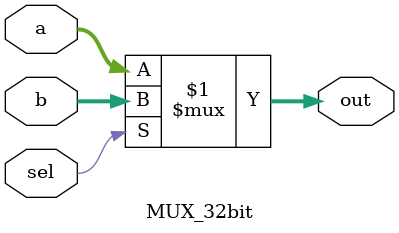
<source format=v>
module MUX_32bit(
    input sel,
    input [31:0] a,
    input [31:0] b,
    output [31:0] out
);
    assign out = sel ? b : a;
endmodule

</source>
